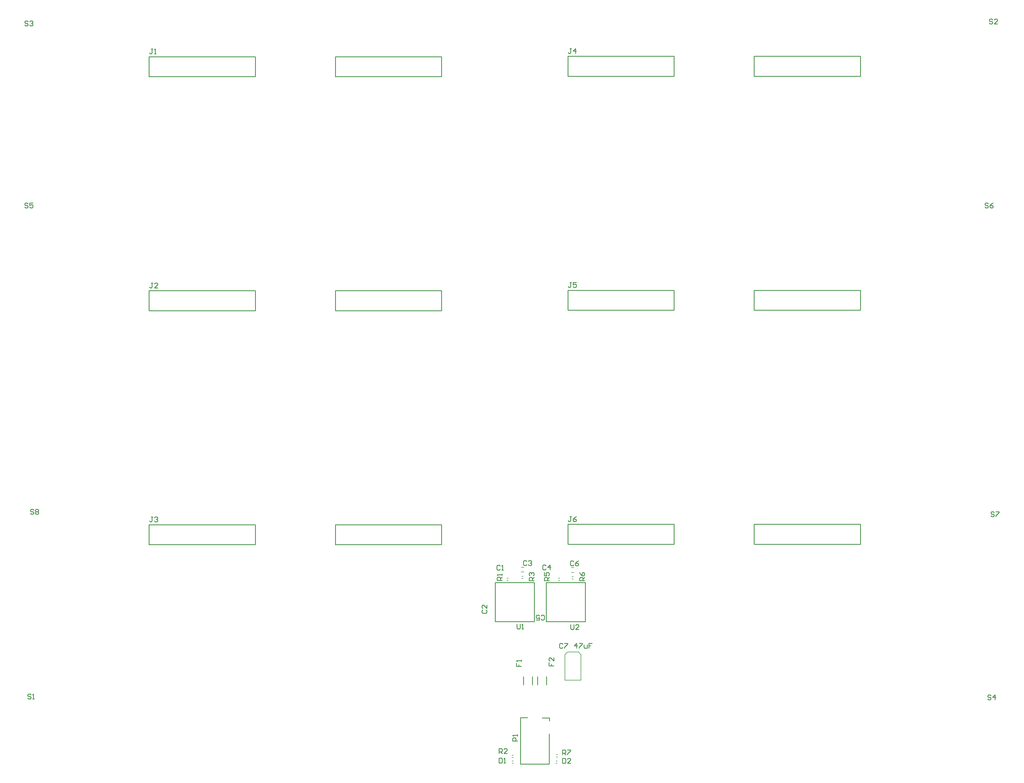
<source format=gto>
%FSTAX24Y24*%
%MOIN*%
%SFA1B1*%

%IPPOS*%
%ADD22C,0.010000*%
%ADD35C,0.007900*%
%LNtoasterbigboard-1*%
%LPD*%
G54D22*
X087651Y029888D02*
Y030912D01*
X086549Y029888D02*
Y030912D01*
X085901Y029888D02*
Y030912D01*
X084799Y029888D02*
Y030912D01*
X084428Y020172D02*
Y02585D01*
Y020172D02*
X087972D01*
X08799Y02545D02*
Y02582D01*
X08798Y02025D02*
Y02386D01*
X08795Y02022D02*
X08798Y02025D01*
X08711Y02582D02*
X08799D01*
X084428Y02585D02*
X0853D01*
X0924Y03765D02*
Y04245D01*
X0876D02*
X0924D01*
X0876Y03765D02*
Y04245D01*
Y03765D02*
X0924D01*
X08615D02*
Y04245D01*
X08135D02*
X08615D01*
X08135Y03765D02*
Y04245D01*
Y03765D02*
X08615D01*
X038818Y107065D02*
X051817D01*
X038818Y104603D02*
Y107065D01*
X051867Y104615D02*
Y107065D01*
X038818Y104615D02*
X051867D01*
X06169D02*
X074739D01*
Y107065*
X06169Y104603D02*
Y107065D01*
X074689*
X038818Y078315D02*
X051817D01*
X038818Y075853D02*
Y078315D01*
X051867Y075865D02*
Y078315D01*
X038818Y075865D02*
X051867D01*
X06169D02*
X074739D01*
Y078315*
X06169Y075853D02*
Y078315D01*
X074689*
X038818Y049565D02*
X051817D01*
X038818Y047103D02*
Y049565D01*
X051867Y047115D02*
Y049565D01*
X038818Y047115D02*
X051867D01*
X06169D02*
X074739D01*
Y049565*
X06169Y047103D02*
Y049565D01*
X074689*
X113189Y104665D02*
X126189D01*
Y107127*
X113139Y104665D02*
Y107115D01*
X126189*
X090267D02*
X103317D01*
X090267Y104665D02*
Y107115D01*
X103317Y104665D02*
Y107127D01*
X090317Y104665D02*
X103317D01*
X113189Y075915D02*
X126189D01*
Y078377*
X113139Y075915D02*
Y078365D01*
X126189*
X090267D02*
X103317D01*
X090267Y075915D02*
Y078365D01*
X103317Y075915D02*
Y078377D01*
X090317Y075915D02*
X103317D01*
X113189Y047165D02*
X126189D01*
Y049627*
X113139Y047165D02*
Y049615D01*
X126189*
X090267D02*
X103317D01*
X090267Y047165D02*
Y049615D01*
X103317Y047165D02*
Y049627D01*
X090317Y047165D02*
X103317D01*
X08965Y0349D02*
X08955Y035D01*
X08935*
X08925Y0349*
Y0345*
X08935Y0344*
X08955*
X08965Y0345*
X08985Y035D02*
X09025D01*
Y0349*
X08985Y0345*
Y0344*
X091349D02*
Y035D01*
X091049Y0347*
X091449*
X091649Y035D02*
X092049D01*
Y0349*
X091649Y0345*
Y0344*
X092249Y0348D02*
Y0345D01*
X092349Y0344*
X092649*
Y0348*
X093249Y035D02*
X092849D01*
Y0347*
X093049*
X092849*
Y0344*
X02465Y05135D02*
X02455Y05145D01*
X02435*
X02425Y05135*
Y05125*
X02435Y05115*
X02455*
X02465Y05105*
Y05095*
X02455Y05085*
X02435*
X02425Y05095*
X02485Y05135D02*
X02495Y05145D01*
X02515*
X02525Y05135*
Y05125*
X02515Y05115*
X02525Y05105*
Y05095*
X02515Y05085*
X02495*
X02485Y05095*
Y05105*
X02495Y05115*
X02485Y05125*
Y05135*
X02495Y05115D02*
X02515D01*
X14265Y05105D02*
X14255Y05115D01*
X14235*
X14225Y05105*
Y05095*
X14235Y05085*
X14255*
X14265Y05075*
Y05065*
X14255Y05055*
X14235*
X14225Y05065*
X14285Y05115D02*
X14325D01*
Y05105*
X14285Y05065*
Y05055*
X1419Y089D02*
X1418Y0891D01*
X1416*
X1415Y089*
Y0889*
X1416Y0888*
X1418*
X1419Y0887*
Y0886*
X1418Y0885*
X1416*
X1415Y0886*
X1425Y0891D02*
X1423Y089D01*
X1421Y0888*
Y0886*
X1422Y0885*
X1424*
X1425Y0886*
Y0887*
X1424Y0888*
X1421*
X02395Y089D02*
X02385Y0891D01*
X02365*
X02355Y089*
Y0889*
X02365Y0888*
X02385*
X02395Y0887*
Y0886*
X02385Y0885*
X02365*
X02355Y0886*
X02455Y0891D02*
X02415D01*
Y0888*
X02435Y0889*
X02445*
X02455Y0888*
Y0886*
X02445Y0885*
X02425*
X02415Y0886*
X14225Y02855D02*
X14215Y02865D01*
X14195*
X14185Y02855*
Y02845*
X14195Y02835*
X14215*
X14225Y02825*
Y02815*
X14215Y02805*
X14195*
X14185Y02815*
X14275Y02805D02*
Y02865D01*
X14245Y02835*
X14285*
X02395Y11135D02*
X02385Y11145D01*
X02365*
X02355Y11135*
Y11125*
X02365Y11115*
X02385*
X02395Y11105*
Y11095*
X02385Y11085*
X02365*
X02355Y11095*
X02415Y11135D02*
X02425Y11145D01*
X02445*
X02455Y11135*
Y11125*
X02445Y11115*
X02435*
X02445*
X02455Y11105*
Y11095*
X02445Y11085*
X02425*
X02415Y11095*
X14245Y1116D02*
X14235Y1117D01*
X14215*
X14205Y1116*
Y1115*
X14215Y1114*
X14235*
X14245Y1113*
Y1112*
X14235Y1111*
X14215*
X14205Y1112*
X14305Y1111D02*
X14265D01*
X14305Y1115*
Y1116*
X14295Y1117*
X14275*
X14265Y1116*
X0243Y02865D02*
X0242Y02875D01*
X024*
X0239Y02865*
Y02855*
X024Y02845*
X0242*
X0243Y02835*
Y02825*
X0242Y02815*
X024*
X0239Y02825*
X0245Y02815D02*
X0247D01*
X0246*
Y02875*
X0245Y02865*
X03927Y10802D02*
X03907D01*
X03917*
Y10752*
X03907Y10742*
X03897*
X03887Y10752*
X03947Y10742D02*
X03967D01*
X03957*
Y10802*
X03947Y10792*
X03927Y07926D02*
X03907D01*
X03917*
Y07876*
X03907Y07866*
X03897*
X03887Y07876*
X03987Y07866D02*
X03947D01*
X03987Y07906*
Y07916*
X03977Y07926*
X03957*
X03947Y07916*
X03927Y05052D02*
X03907D01*
X03917*
Y05002*
X03907Y04992*
X03897*
X03887Y05002*
X03947Y05042D02*
X03957Y05052D01*
X03977*
X03987Y05042*
Y05032*
X03977Y05022*
X03967*
X03977*
X03987Y05012*
Y05002*
X03977Y04992*
X03957*
X03947Y05002*
X09072Y10808D02*
X09052D01*
X09062*
Y10758*
X09052Y10748*
X09042*
X09032Y10758*
X09122Y10748D02*
Y10808D01*
X09092Y10778*
X09132*
X0906Y0373D02*
Y0368D01*
X0907Y0367*
X0909*
X091Y0368*
Y0373*
X0916Y0367D02*
X0912D01*
X0916Y0371*
Y0372*
X0915Y0373*
X0913*
X0912Y0372*
X084Y03735D02*
Y03685D01*
X0841Y03675*
X0843*
X0844Y03685*
Y03735*
X0846Y03675D02*
X0848D01*
X0847*
Y03735*
X0846Y03725*
X09232Y04269D02*
X09172D01*
Y04299*
X09182Y04309*
X09202*
X09212Y04299*
Y04269*
Y04289D02*
X09232Y04309D01*
X09172Y04369D02*
X09182Y04349D01*
X09202Y04329*
X09222*
X09232Y04339*
Y04359*
X09222Y04369*
X09212*
X09202Y04359*
Y04329*
X08797Y04271D02*
X08737D01*
Y04301*
X08747Y04311*
X08767*
X08777Y04301*
Y04271*
Y04291D02*
X08797Y04311D01*
X08737Y04371D02*
Y04331D01*
X08767*
X08757Y04351*
Y04361*
X08767Y04371*
X08787*
X08797Y04361*
Y04341*
X08787Y04331*
X08612Y04269D02*
X08552D01*
Y04299*
X08562Y04309*
X08582*
X08592Y04299*
Y04269*
Y04289D02*
X08612Y04309D01*
X08562Y04329D02*
X08552Y04339D01*
Y04359*
X08562Y04369*
X08572*
X08582Y04359*
Y04349*
Y04359*
X08592Y04369*
X08602*
X08612Y04359*
Y04339*
X08602Y04329*
X08218Y04274D02*
X08158D01*
Y04304*
X08168Y04314*
X08188*
X08198Y04304*
Y04274*
Y04294D02*
X08218Y04314D01*
Y04334D02*
Y04354D01*
Y04344*
X08158*
X08168Y04334*
X08408Y02299D02*
X08348D01*
Y02329*
X08358Y02339*
X08378*
X08388Y02329*
Y02299*
X08408Y02359D02*
Y02379D01*
Y02369*
X08348*
X08358Y02359*
X08793Y03262D02*
Y03222D01*
X08823*
Y03242*
Y03222*
X08853*
Y03322D02*
Y03282D01*
X08813Y03322*
X08803*
X08793Y03312*
Y03292*
X08803Y03282*
X08393Y03255D02*
Y03215D01*
X08423*
Y03235*
Y03215*
X08453*
Y03275D02*
Y03295D01*
Y03285*
X08393*
X08403Y03275*
X09098Y04504D02*
X09088Y04514D01*
X09068*
X09058Y04504*
Y04464*
X09068Y04454*
X09088*
X09098Y04464*
X09158Y04514D02*
X09138Y04504D01*
X09118Y04484*
Y04464*
X09128Y04454*
X09148*
X09158Y04464*
Y04474*
X09148Y04484*
X09118*
X08697Y03797D02*
X08707Y03787D01*
X08727*
X08737Y03797*
Y03837*
X08727Y03847*
X08707*
X08697Y03837*
X08637Y03787D02*
X08677D01*
Y03817*
X08657Y03807*
X08647*
X08637Y03817*
Y03837*
X08647Y03847*
X08667*
X08677Y03837*
X08757Y04453D02*
X08747Y04463D01*
X08727*
X08717Y04453*
Y04413*
X08727Y04403*
X08747*
X08757Y04413*
X08807Y04403D02*
Y04463D01*
X08777Y04433*
X08817*
X08519Y04506D02*
X08509Y04516D01*
X08489*
X08479Y04506*
Y04466*
X08489Y04456*
X08509*
X08519Y04466*
X08539Y04506D02*
X08549Y04516D01*
X08569*
X08579Y04506*
Y04496*
X08569Y04486*
X08559*
X08569*
X08579Y04476*
Y04466*
X08569Y04456*
X08549*
X08539Y04466*
X0798Y0391D02*
X0797Y039D01*
Y0388*
X0798Y0387*
X0802*
X0803Y0388*
Y039*
X0802Y0391*
X0803Y0397D02*
Y0393D01*
X0799Y0397*
X0798*
X0797Y0396*
Y0394*
X0798Y0393*
X08193Y04449D02*
X08183Y04459D01*
X08163*
X08153Y04449*
Y04409*
X08163Y04399*
X08183*
X08193Y04409*
X08213Y04399D02*
X08233D01*
X08223*
Y04459*
X08213Y04449*
X08961Y02129D02*
Y02189D01*
X08991*
X09001Y02179*
Y02159*
X08991Y02149*
X08961*
X08981D02*
X09001Y02129D01*
X09021Y02189D02*
X09061D01*
Y02179*
X09021Y02139*
Y02129*
X08181Y02146D02*
Y02206D01*
X08211*
X08221Y02196*
Y02176*
X08211Y02166*
X08181*
X08201D02*
X08221Y02146D01*
X08281D02*
X08241D01*
X08281Y02186*
Y02196*
X08271Y02206*
X08251*
X08241Y02196*
X0896Y02085D02*
Y02025D01*
X0899*
X09Y02035*
Y02075*
X0899Y02085*
X0896*
X0906Y02025D02*
X0902D01*
X0906Y02065*
Y02075*
X0905Y02085*
X0903*
X0902Y02075*
X0818Y0209D02*
Y0203D01*
X0821*
X0822Y0204*
Y0208*
X0821Y0209*
X0818*
X0824Y0203D02*
X0826D01*
X0825*
Y0209*
X0824Y0208*
X09072Y07933D02*
X09052D01*
X09062*
Y07883*
X09052Y07873*
X09042*
X09032Y07883*
X09132Y07933D02*
X09092D01*
Y07903*
X09112Y07913*
X09122*
X09132Y07903*
Y07883*
X09122Y07873*
X09102*
X09092Y07883*
X09072Y05058D02*
X09052D01*
X09062*
Y05008*
X09052Y04998*
X09042*
X09032Y05008*
X09132Y05058D02*
X09112Y05048D01*
X09092Y05028*
Y05008*
X09102Y04998*
X09122*
X09132Y05008*
Y05018*
X09122Y05028*
X09092*
G54D35*
X090771Y043188D02*
X090929D01*
X090771Y042912D02*
X090929D01*
X089121Y042712D02*
X089279D01*
X089121Y042988D02*
X089279D01*
X084621Y043238D02*
X084779D01*
X084621Y042962D02*
X084779D01*
X082771Y042712D02*
X082929D01*
X082771Y042988D02*
X082929D01*
X088831Y021042D02*
X088989D01*
X088831Y021318D02*
X088989D01*
X083421Y021238D02*
X083579D01*
X083421Y020962D02*
X083579D01*
X090693Y044295D02*
X091007D01*
X090693Y043705D02*
X091007D01*
X084543Y044345D02*
X084857D01*
X084543Y043755D02*
X084857D01*
X088821Y020538D02*
X088979D01*
X088821Y020262D02*
X088979D01*
X083421D02*
X083579D01*
X083421Y020538D02*
X083579D01*
X089916Y030468D02*
X0909D01*
X089916D02*
Y033604D01*
X090244Y033932*
X091556*
X091884Y033604*
Y030468D02*
Y033604D01*
X0909Y030468D02*
X091884D01*
M02*
</source>
